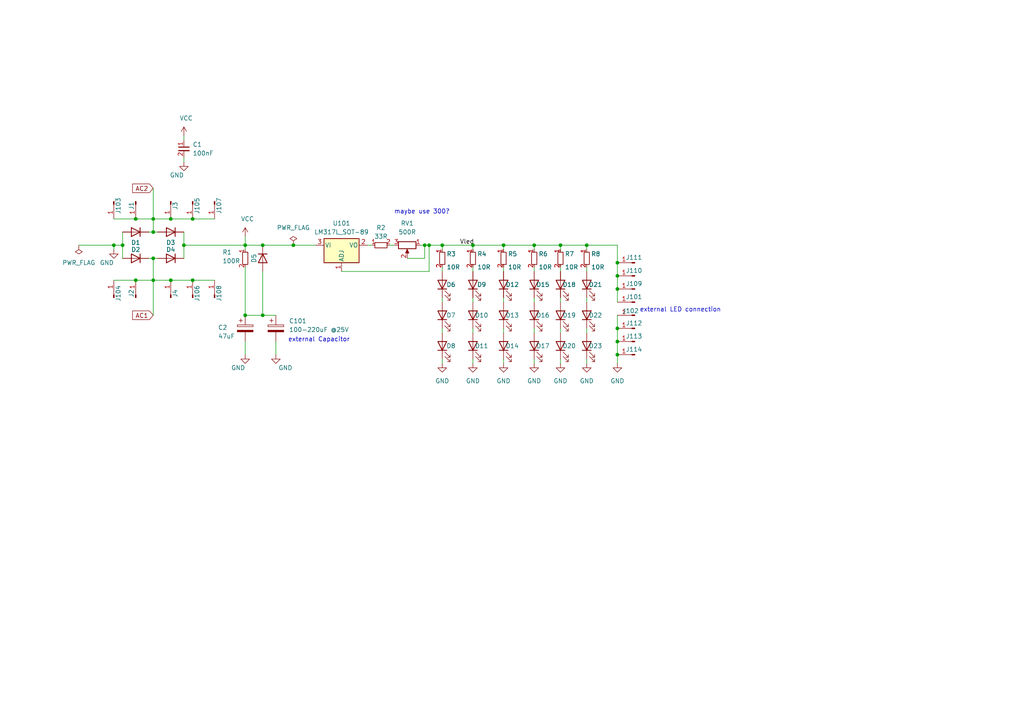
<source format=kicad_sch>
(kicad_sch (version 20231120) (generator "eeschema") (generator_version "8.0")
  (paper "A4")
  (lib_symbols
    (symbol "Connector:Conn_01x01_Pin" (pin_names (offset 1.016) hide)
      (property "Reference" "J" (at 0 2.54 0))
      (property "Value" "Conn_01x01_Pin" (at 0 -2.54 0))
      (symbol "Conn_01x01_Pin_1_1"
        (polyline (pts (xy 1.27 0) (xy 0.8636 0)) (stroke (width 0.1524)))
        (rectangle (start 0.8636 0.127) (end 0 -0.127) (stroke (width 0.1524)) (fill (type outline)))
        (pin passive line (at 5.08 0 180) (length 3.81) (name "Pin_1") (number "1"))
      )
    )
    (symbol "Device:C_Polarized" (pin_numbers hide) (pin_names (offset 0.254))
      (property "Reference" "C" (at 0.635 2.54 0))
      (property "Value" "C_Polarized" (at 0.635 -2.54 0))
      (symbol "C_Polarized_0_1"
        (rectangle (start -2.286 0.508) (end 2.286 1.016))
        (polyline (pts (xy -1.778 2.286) (xy -0.762 2.286)))
        (polyline (pts (xy -1.27 2.794) (xy -1.27 1.778)))
        (rectangle (start 2.286 -0.508) (end -2.286 -1.016) (fill (type outline)))
      )
      (symbol "C_Polarized_1_1"
        (pin passive line (at 0 3.81 270) (length 2.794) (name "~") (number "1"))
        (pin passive line (at 0 -3.81 90) (length 2.794) (name "~") (number "2"))
      )
    )
    (symbol "Device:LED" (pin_numbers hide) (pin_names (offset 1.016) hide)
      (property "Reference" "D" (at 0 2.54 0))
      (property "Value" "LED" (at 0 -2.54 0))
      (symbol "LED_0_1"
        (polyline (pts (xy -1.27 -1.27) (xy -1.27 1.27)) (stroke (width 0.254)))
        (polyline (pts (xy -1.27 0) (xy 1.27 0)))
        (polyline (pts (xy 1.27 -1.27) (xy 1.27 1.27) (xy -1.27 0) (xy 1.27 -1.27)) (stroke (width 0.254)))
        (polyline (pts (xy -3.048 -0.762) (xy -4.572 -2.286) (xy -3.81 -2.286) (xy -4.572 -2.286) (xy -4.572 -1.524)))
        (polyline (pts (xy -1.778 -0.762) (xy -3.302 -2.286) (xy -2.54 -2.286) (xy -3.302 -2.286) (xy -3.302 -1.524)))
      )
      (symbol "LED_1_1"
        (pin passive line (at -3.81 0 0) (length 2.54) (name "K") (number "1"))
        (pin passive line (at 3.81 0 180) (length 2.54) (name "A") (number "2"))
      )
    )
    (symbol "Device:R_Potentiometer" (pin_names (offset 1.016) hide)
      (property "Reference" "RV" (at -4.445 0 90))
      (property "Value" "R_Potentiometer" (at -2.54 0 90))
      (symbol "R_Potentiometer_0_1"
        (polyline (pts (xy 2.54 0) (xy 1.524 0)))
        (polyline (pts (xy 1.143 0) (xy 2.286 0.508) (xy 2.286 -0.508) (xy 1.143 0)) (fill (type outline)))
        (rectangle (start 1.016 2.54) (end -1.016 -2.54) (stroke (width 0.254)))
      )
      (symbol "R_Potentiometer_1_1"
        (pin passive line (at 0 3.81 270) (length 1.27) (name "1") (number "1"))
        (pin passive line (at 3.81 0 180) (length 1.27) (name "2") (number "2"))
        (pin passive line (at 0 -3.81 90) (length 1.27) (name "3") (number "3"))
      )
    )
    (symbol "Diode:1N4148WT" (pin_numbers hide) (pin_names hide)
      (property "Reference" "D" (at 0 2.54 0))
      (property "Value" "1N4148WT" (at 0 -2.54 0))
      (symbol "1N4148WT_0_1"
        (polyline (pts (xy -1.27 1.27) (xy -1.27 -1.27)) (stroke (width 0.254)))
        (polyline (pts (xy 1.27 0) (xy -1.27 0)))
        (polyline (pts (xy 1.27 1.27) (xy 1.27 -1.27) (xy -1.27 0) (xy 1.27 1.27)) (stroke (width 0.254)))
      )
      (symbol "1N4148WT_1_1"
        (pin passive line (at -3.81 0 0) (length 2.54) (name "K") (number "1"))
        (pin passive line (at 3.81 0 180) (length 2.54) (name "A") (number "2"))
      )
    )
    (symbol "Regulator_Linear:LM317L_SOT-89" (pin_names (offset 0.254))
      (property "Reference" "U" (at -3.81 3.175 0))
      (property "Value" "LM317L_SOT-89" (at 0 3.175 0))
      (symbol "LM317L_SOT-89_0_1"
        (rectangle (start -5.08 1.905) (end 5.08 -5.08) (stroke (width 0.254)) (fill (type background)))
      )
      (symbol "LM317L_SOT-89_1_1"
        (pin input line (at 0 -7.62 90) (length 2.54) (name "ADJ") (number "1"))
        (pin power_out line (at 7.62 0 180) (length 2.54) (name "VO") (number "2"))
        (pin power_in line (at -7.62 0 0) (length 2.54) (name "VI") (number "3"))
      )
    )
    (symbol "capacitor_miscellaneous:C_0402_100nF"
      (property "Reference" "C" (at 1.27 2.54 0))
      (property "Value" "100nF" (at 3.81 -2.54 0))
      (symbol "C_0402_100nF_0_1"
        (polyline (pts (xy -1.524 -0.508) (xy 1.524 -0.508)) (stroke (width 0.3302)))
        (polyline (pts (xy -1.524 0.508) (xy 1.524 0.508)) (stroke (width 0.3048)))
      )
      (symbol "C_0402_100nF_1_1"
        (pin passive line (at 0 2.54 270) (length 2.032) (name "~") (number "1"))
        (pin passive line (at 0 -2.54 90) (length 2.032) (name "~") (number "2"))
      )
    )
    (symbol "power:GND" (power) (pin_names (offset 0))
      (property "Value" "GND" (at 0 -3.81 0))
      (symbol "GND_0_1"
        (polyline (pts (xy 0 0) (xy 0 -1.27) (xy 1.27 -1.27) (xy 0 -2.54) (xy -1.27 -1.27) (xy 0 -1.27)))
      )
      (symbol "GND_1_1"
        (pin power_in line (at 0 0 270) (length 0) hide (name "GND") (number "1"))
      )
    )
    (symbol "power:PWR_FLAG" (power) (pin_numbers hide) (pin_names (offset 0) hide)
      (property "Value" "PWR_FLAG" (at 0 3.81 0))
      (symbol "PWR_FLAG_0_0"
        (pin power_out line (at 0 0 90) (length 0) (name "pwr") (number "1"))
      )
      (symbol "PWR_FLAG_0_1"
        (polyline (pts (xy 0 0) (xy 0 1.27) (xy -1.016 1.905) (xy 0 2.54) (xy 1.016 1.905) (xy 0 1.27)))
      )
    )
    (symbol "power:VCC" (power) (pin_names (offset 0))
      (property "Value" "VCC" (at 0 3.81 0))
      (symbol "VCC_0_1"
        (polyline (pts (xy -0.762 1.27) (xy 0 2.54)))
        (polyline (pts (xy 0 0) (xy 0 2.54)))
        (polyline (pts (xy 0 2.54) (xy 0.762 1.27)))
      )
      (symbol "VCC_1_1"
        (pin power_in line (at 0 0 90) (length 0) hide (name "VCC") (number "1"))
      )
    )
    (symbol "resistors_0603:R_100R_0603"
      (property "Reference" "R" (at 1.27 2.54 0))
      (property "Value" "100R" (at 2.54 -2.54 0))
      (symbol "R_100R_0603_0_1"
        (rectangle (start -0.762 1.778) (end 0.762 -1.778) (stroke (width 0.2032)))
      )
      (symbol "R_100R_0603_1_1"
        (pin passive line (at 0 2.54 270) (length 0.762) (name "~") (number "1"))
        (pin passive line (at 0 -2.54 90) (length 0.762) (name "~") (number "2"))
      )
    )
    (symbol "resistors_0603:R_10R_0603"
      (property "Reference" "R" (at 1.27 2.54 0))
      (property "Value" "10R" (at 2.54 -2.54 0))
      (symbol "R_10R_0603_0_1"
        (rectangle (start -0.762 1.778) (end 0.762 -1.778) (stroke (width 0.2032)))
      )
      (symbol "R_10R_0603_1_1"
        (pin passive line (at 0 2.54 270) (length 0.762) (name "~") (number "1"))
        (pin passive line (at 0 -2.54 90) (length 0.762) (name "~") (number "2"))
      )
    )
    (symbol "resistors_0603:R_33R_0603"
      (property "Reference" "R" (at 1.27 2.54 0))
      (property "Value" "33R" (at 2.54 -2.54 0))
      (symbol "R_33R_0603_0_1"
        (rectangle (start -0.762 1.778) (end 0.762 -1.778) (stroke (width 0.2032)))
      )
      (symbol "R_33R_0603_1_1"
        (pin passive line (at 0 2.54 270) (length 0.762) (name "~") (number "1"))
        (pin passive line (at 0 -2.54 90) (length 0.762) (name "~") (number "2"))
      )
    )
  )
  (junction (at 44.45 67.31))
  (junction (at 123.19 71.12))
  (junction (at 179.07 80.01))
  (junction (at 179.07 83.82))
  (junction (at 124.46 71.12))
  (junction (at 33.02 71.12))
  (junction (at 71.12 71.12))
  (junction (at 55.88 81.28))
  (junction (at 162.56 71.12))
  (junction (at 85.09 71.12))
  (junction (at 35.56 71.12))
  (junction (at 49.53 81.28))
  (junction (at 179.07 95.25))
  (junction (at 44.45 63.5))
  (junction (at 170.18 71.12))
  (junction (at 179.07 102.87))
  (junction (at 39.37 81.28))
  (junction (at 39.37 63.5))
  (junction (at 71.12 91.44))
  (junction (at 76.2 91.44))
  (junction (at 179.07 76.2))
  (junction (at 44.45 81.28))
  (junction (at 49.53 63.5))
  (junction (at 128.27 71.12))
  (junction (at 154.94 71.12))
  (junction (at 146.05 71.12))
  (junction (at 53.34 71.12))
  (junction (at 137.16 71.12))
  (junction (at 44.45 74.93))
  (junction (at 76.2 71.12))
  (junction (at 179.07 99.06))
  (junction (at 55.88 63.5))
  (wire (pts (xy 137.16 105.41) (xy 137.16 104.14)))
  (wire (pts (xy 146.05 72.39) (xy 146.05 71.12)))
  (wire (pts (xy 124.46 78.74) (xy 99.06 78.74)))
  (wire (pts (xy 162.56 86.36) (xy 162.56 87.63)))
  (wire (pts (xy 179.07 99.06) (xy 179.07 102.87)))
  (wire (pts (xy 80.01 99.06) (xy 80.01 102.87)))
  (wire (pts (xy 128.27 77.47) (xy 128.27 78.74)))
  (wire (pts (xy 170.18 105.41) (xy 170.18 104.14)))
  (wire (pts (xy 170.18 71.12) (xy 179.07 71.12)))
  (wire (pts (xy 44.45 74.93) (xy 44.45 81.28)))
  (wire (pts (xy 44.45 67.31) (xy 43.18 67.31)))
  (wire (pts (xy 162.56 105.41) (xy 162.56 104.14)))
  (wire (pts (xy 179.07 80.01) (xy 179.07 83.82)))
  (wire (pts (xy 22.86 71.12) (xy 33.02 71.12)))
  (wire (pts (xy 154.94 86.36) (xy 154.94 87.63)))
  (wire (pts (xy 44.45 63.5) (xy 39.37 63.5)))
  (wire (pts (xy 128.27 105.41) (xy 128.27 104.14)))
  (wire (pts (xy 137.16 86.36) (xy 137.16 87.63)))
  (wire (pts (xy 33.02 63.5) (xy 39.37 63.5)))
  (wire (pts (xy 124.46 71.12) (xy 128.27 71.12)))
  (wire (pts (xy 123.19 71.12) (xy 124.46 71.12)))
  (wire (pts (xy 146.05 105.41) (xy 146.05 104.14)))
  (wire (pts (xy 71.12 91.44) (xy 76.2 91.44)))
  (wire (pts (xy 179.07 76.2) (xy 179.07 80.01)))
  (wire (pts (xy 118.11 74.93) (xy 123.19 74.93)))
  (wire (pts (xy 128.27 86.36) (xy 128.27 87.63)))
  (wire (pts (xy 170.18 95.25) (xy 170.18 96.52)))
  (wire (pts (xy 71.12 68.58) (xy 71.12 71.12)))
  (wire (pts (xy 154.94 71.12) (xy 162.56 71.12)))
  (wire (pts (xy 179.07 102.87) (xy 179.07 105.41)))
  (wire (pts (xy 44.45 74.93) (xy 43.18 74.93)))
  (wire (pts (xy 162.56 95.25) (xy 162.56 96.52)))
  (wire (pts (xy 123.19 74.93) (xy 123.19 71.12)))
  (wire (pts (xy 71.12 71.12) (xy 71.12 72.39)))
  (wire (pts (xy 44.45 63.5) (xy 44.45 67.31)))
  (wire (pts (xy 146.05 95.25) (xy 146.05 96.52)))
  (wire (pts (xy 154.94 77.47) (xy 154.94 78.74)))
  (wire (pts (xy 44.45 81.28) (xy 39.37 81.28)))
  (wire (pts (xy 179.07 91.44) (xy 179.07 95.25)))
  (wire (pts (xy 162.56 77.47) (xy 162.56 78.74)))
  (wire (pts (xy 137.16 71.12) (xy 146.05 71.12)))
  (wire (pts (xy 128.27 71.12) (xy 137.16 71.12)))
  (wire (pts (xy 179.07 95.25) (xy 179.07 99.06)))
  (wire (pts (xy 170.18 86.36) (xy 170.18 87.63)))
  (wire (pts (xy 170.18 71.12) (xy 170.18 72.39)))
  (wire (pts (xy 128.27 72.39) (xy 128.27 71.12)))
  (wire (pts (xy 76.2 91.44) (xy 80.01 91.44)))
  (wire (pts (xy 49.53 63.5) (xy 44.45 63.5)))
  (wire (pts (xy 49.53 63.5) (xy 55.88 63.5)))
  (wire (pts (xy 106.68 71.12) (xy 107.95 71.12)))
  (wire (pts (xy 76.2 71.12) (xy 85.09 71.12)))
  (wire (pts (xy 137.16 77.47) (xy 137.16 78.74)))
  (wire (pts (xy 114.3 71.12) (xy 113.03 71.12)))
  (wire (pts (xy 53.34 71.12) (xy 71.12 71.12)))
  (wire (pts (xy 128.27 95.25) (xy 128.27 96.52)))
  (wire (pts (xy 53.34 39.37) (xy 53.34 40.64)))
  (wire (pts (xy 137.16 95.25) (xy 137.16 96.52)))
  (wire (pts (xy 162.56 71.12) (xy 162.56 72.39)))
  (wire (pts (xy 44.45 81.28) (xy 49.53 81.28)))
  (wire (pts (xy 146.05 77.47) (xy 146.05 78.74)))
  (wire (pts (xy 137.16 72.39) (xy 137.16 71.12)))
  (wire (pts (xy 53.34 67.31) (xy 53.34 71.12)))
  (wire (pts (xy 170.18 77.47) (xy 170.18 78.74)))
  (wire (pts (xy 123.19 71.12) (xy 121.92 71.12)))
  (wire (pts (xy 146.05 86.36) (xy 146.05 87.63)))
  (wire (pts (xy 162.56 71.12) (xy 170.18 71.12)))
  (wire (pts (xy 53.34 46.99) (xy 53.34 45.72)))
  (wire (pts (xy 35.56 71.12) (xy 35.56 74.93)))
  (wire (pts (xy 33.02 81.28) (xy 39.37 81.28)))
  (wire (pts (xy 44.45 54.61) (xy 44.45 63.5)))
  (wire (pts (xy 124.46 71.12) (xy 124.46 78.74)))
  (wire (pts (xy 154.94 105.41) (xy 154.94 104.14)))
  (wire (pts (xy 44.45 74.93) (xy 45.72 74.93)))
  (wire (pts (xy 71.12 77.47) (xy 71.12 91.44)))
  (wire (pts (xy 55.88 81.28) (xy 62.23 81.28)))
  (wire (pts (xy 179.07 83.82) (xy 179.07 87.63)))
  (wire (pts (xy 71.12 71.12) (xy 76.2 71.12)))
  (wire (pts (xy 33.02 71.12) (xy 35.56 71.12)))
  (wire (pts (xy 33.02 72.39) (xy 33.02 71.12)))
  (wire (pts (xy 154.94 95.25) (xy 154.94 96.52)))
  (wire (pts (xy 154.94 71.12) (xy 154.94 72.39)))
  (wire (pts (xy 179.07 71.12) (xy 179.07 76.2)))
  (wire (pts (xy 76.2 78.74) (xy 76.2 91.44)))
  (wire (pts (xy 154.94 71.12) (xy 146.05 71.12)))
  (wire (pts (xy 44.45 81.28) (xy 44.45 91.44)))
  (wire (pts (xy 35.56 67.31) (xy 35.56 71.12)))
  (wire (pts (xy 71.12 99.06) (xy 71.12 102.87)))
  (wire (pts (xy 53.34 71.12) (xy 53.34 74.93)))
  (wire (pts (xy 49.53 81.28) (xy 55.88 81.28)))
  (wire (pts (xy 44.45 67.31) (xy 45.72 67.31)))
  (wire (pts (xy 55.88 63.5) (xy 62.23 63.5)))
  (wire (pts (xy 85.09 71.12) (xy 91.44 71.12)))
  (text "external Capacitor" (at 83.566 99.314 0) (effects (font (size 1.27 1.27)) (justify left bottom)))
  (text "external LED connection\n" (at 197.358 89.916 0) (effects (font (size 1.27 1.27))))
  (text "maybe use 300?" (at 114.3 62.23 0) (effects (font (size 1.27 1.27)) (justify left bottom)))
  (label "Vled" (at 133.35 71.12 0))
  (global_label "AC1" (shape input) (at 44.45 91.44 180) (property "Intersheetrefs" "${INTERSHEET_REFS}" (effects (hide yes))))
  (global_label "AC2" (shape input) (at 44.45 54.61 180) (property "Intersheetrefs" "${INTERSHEET_REFS}" (effects (hide yes))))
  (symbol (lib_id "Device:LED") (at 154.94 82.55 90) (unit 1)
    (property "Reference" "D15" (at 157.48 82.55 90))
    (property "Value" "LED" (effects (hide yes)))
    (property "Footprint" "LED_SMD:LED_0805_2012Metric" (effects (hide yes)))
    (property "JLCPCB Part#" "C965820" (effects (hide yes)))
  )
  (symbol (lib_id "power:GND") (at 146.05 105.41 0) (unit 1)
    (property "Reference" "#PWR08" (effects (hide yes)))
    (property "Value" "GND" (at 146.05 110.49 0))
  )
  (symbol (lib_id "Device:LED") (at 162.56 82.55 90) (unit 1)
    (property "Reference" "D18" (at 165.1 82.55 90))
    (property "Value" "LED" (effects (hide yes)))
    (property "Footprint" "LED_SMD:LED_0805_2012Metric" (effects (hide yes)))
    (property "JLCPCB Part#" "C965820" (effects (hide yes)))
  )
  (symbol (lib_id "power:GND") (at 71.12 102.87 0) (unit 1)
    (property "Reference" "#PWR05" (effects (hide yes)))
    (property "Value" "GND" (at 71.12 106.68 0) (effects (justify right)))
  )
  (symbol (lib_id "Connector:Conn_01x01_Pin") (at 184.15 99.06 180) (unit 1)
    (property "Reference" "J113" (at 183.896 97.536 0))
    (property "Value" "Conn_01x01_Pin" (effects (hide yes)))
    (property "Footprint" "custom_kicad_lib_sk:01_solderpad_2.54" (effects (hide yes)))
  )
  (symbol (lib_id "Connector:Conn_01x01_Pin") (at 49.53 86.36 90) (unit 1)
    (property "Reference" "J4" (at 50.8 85.09 0))
    (property "Value" "Conn_01x01_Pin" (effects (hide yes)))
    (property "Footprint" "custom_kicad_lib_sk:01_solderpad_2.54" (effects (hide yes)))
  )
  (symbol (lib_id "resistors_0603:R_10R_0603") (at 170.18 74.93 0) (unit 1)
    (property "Reference" "R8" (at 171.45 73.66 0) (effects (justify left)))
    (property "Value" "10R" (at 171.45 77.47 0) (effects (justify left)))
    (property "Footprint" "custom_kicad_lib_sk:R_0603_smalltext" (effects (hide yes)))
    (property "JLCPCB Part#" "C22859" (effects (hide yes)))
  )
  (symbol (lib_id "Connector:Conn_01x01_Pin") (at 33.02 86.36 90) (unit 1)
    (property "Reference" "J104" (at 34.29 85.09 0))
    (property "Value" "Conn_01x01_Pin" (effects (hide yes)))
    (property "Footprint" "custom_kicad_lib_sk:01_solderpad_2.54" (effects (hide yes)))
  )
  (symbol (lib_id "Connector:Conn_01x01_Pin") (at 62.23 86.36 90) (unit 1)
    (property "Reference" "J108" (at 63.5 85.09 0))
    (property "Value" "Conn_01x01_Pin" (effects (hide yes)))
    (property "Footprint" "custom_kicad_lib_sk:01_solderpad_2.54" (effects (hide yes)))
  )
  (symbol (lib_id "power:GND") (at 154.94 105.41 0) (unit 1)
    (property "Reference" "#PWR09" (effects (hide yes)))
    (property "Value" "GND" (at 154.94 110.49 0))
  )
  (symbol (lib_id "resistors_0603:R_10R_0603") (at 162.56 74.93 0) (unit 1)
    (property "Reference" "R7" (at 163.83 73.66 0) (effects (justify left)))
    (property "Value" "10R" (at 163.83 77.47 0) (effects (justify left)))
    (property "Footprint" "custom_kicad_lib_sk:R_0603_smalltext" (effects (hide yes)))
    (property "JLCPCB Part#" "C22859" (effects (hide yes)))
  )
  (symbol (lib_id "resistors_0603:R_10R_0603") (at 146.05 74.93 0) (unit 1)
    (property "Reference" "R5" (at 147.32 73.66 0) (effects (justify left)))
    (property "Value" "10R" (at 147.32 77.47 0) (effects (justify left)))
    (property "Footprint" "custom_kicad_lib_sk:R_0603_smalltext" (effects (hide yes)))
    (property "JLCPCB Part#" "C22859" (effects (hide yes)))
  )
  (symbol (lib_id "resistors_0603:R_100R_0603") (at 71.12 74.93 0) (unit 1)
    (property "Reference" "R1" (at 64.516 73.152 0) (effects (justify left)))
    (property "Value" "100R" (at 64.516 75.692 0) (effects (justify left)))
    (property "Footprint" "custom_kicad_lib_sk:R_0603_smalltext" (effects (hide yes)))
    (property "JLCPCB Part#" "C22775" (effects (hide yes)))
  )
  (symbol (lib_id "Diode:1N4148WT") (at 39.37 67.31 180) (unit 1)
    (property "Reference" "D1" (at 39.37 70.358 0))
    (property "Value" "1N4148WT" (effects (hide yes)))
    (property "Footprint" "Diode_SMD:D_SOD-523" (effects (hide yes)))
    (property "Datasheet" "https://www.diodes.com/assets/Datasheets/ds30396.pdf" (effects (hide yes)))
    (property "Description" "75V 0.15A Fast switching Diode, SOD-523" (effects (hide yes)))
    (property "Sim.Device" "D" (effects (hide yes)))
    (property "Sim.Pins" "1=K 2=A" (effects (hide yes)))
    (property "JLCPCB Part#" "C27748" (effects (hide yes)))
  )
  (symbol (lib_id "Connector:Conn_01x01_Pin") (at 62.23 58.42 270) (unit 1)
    (property "Reference" "J107" (at 63.5 59.69 0))
    (property "Value" "Conn_01x01_Pin" (effects (hide yes)))
    (property "Footprint" "custom_kicad_lib_sk:01_solderpad_2.54" (effects (hide yes)))
  )
  (symbol (lib_id "Device:C_Polarized") (at 71.12 95.25 0) (unit 1)
    (property "Reference" "C2" (at 63.246 94.996 0) (effects (justify left)))
    (property "Value" "47uF" (at 63.246 97.536 0) (effects (justify left)))
    (property "Footprint" "Capacitor_Tantalum_SMD:CP_EIA-7343-31_Kemet-D" (effects (hide yes)))
    (property "Description" "Polarized capacitor" (effects (hide yes)))
    (property "JLCPCB Part#" "C7228" (effects (hide yes)))
  )
  (symbol (lib_id "Connector:Conn_01x01_Pin") (at 55.88 86.36 90) (unit 1)
    (property "Reference" "J106" (at 57.15 85.09 0))
    (property "Value" "Conn_01x01_Pin" (effects (hide yes)))
    (property "Footprint" "custom_kicad_lib_sk:01_solderpad_2.54" (effects (hide yes)))
  )
  (symbol (lib_id "Device:LED") (at 137.16 82.55 90) (unit 1)
    (property "Reference" "D9" (at 139.7 82.55 90))
    (property "Value" "LED" (effects (hide yes)))
    (property "Footprint" "LED_SMD:LED_0805_2012Metric" (effects (hide yes)))
    (property "JLCPCB Part#" "C965820" (effects (hide yes)))
  )
  (symbol (lib_id "Connector:Conn_01x01_Pin") (at 39.37 58.42 270) (unit 1)
    (property "Reference" "J1" (at 38.1 59.69 0))
    (property "Value" "Conn_01x01_Pin" (effects (hide yes)))
    (property "Footprint" "custom_kicad_lib_sk:01_solderpad_2.54" (effects (hide yes)))
  )
  (symbol (lib_id "Device:LED") (at 170.18 91.44 90) (unit 1)
    (property "Reference" "D22" (at 172.72 91.44 90))
    (property "Value" "LED" (effects (hide yes)))
    (property "Footprint" "LED_SMD:LED_0805_2012Metric" (effects (hide yes)))
    (property "JLCPCB Part#" "C965820" (effects (hide yes)))
  )
  (symbol (lib_id "Device:LED") (at 170.18 100.33 90) (unit 1)
    (property "Reference" "D23" (at 172.72 100.33 90))
    (property "Value" "LED" (effects (hide yes)))
    (property "Footprint" "LED_SMD:LED_0805_2012Metric" (effects (hide yes)))
    (property "JLCPCB Part#" "C965820" (effects (hide yes)))
  )
  (symbol (lib_id "power:GND") (at 170.18 105.41 0) (unit 1)
    (property "Reference" "#PWR0102" (effects (hide yes)))
    (property "Value" "GND" (at 170.18 110.49 0))
  )
  (symbol (lib_id "Device:LED") (at 137.16 100.33 90) (unit 1)
    (property "Reference" "D11" (at 139.7 100.33 90))
    (property "Value" "LED" (effects (hide yes)))
    (property "Footprint" "LED_SMD:LED_0805_2012Metric" (effects (hide yes)))
    (property "JLCPCB Part#" "C965820" (effects (hide yes)))
  )
  (symbol (lib_id "capacitor_miscellaneous:C_0402_100nF") (at 53.34 43.18 0) (unit 1)
    (property "Reference" "C1" (at 55.88 41.9162 0) (effects (justify left)))
    (property "Value" "100nF" (at 55.88 44.4562 0) (effects (justify left)))
    (property "Footprint" "Capacitor_SMD:C_0402_1005Metric" (effects (hide yes)))
    (property "JLCPCB Part#" "C307331" (effects (hide yes)))
  )
  (symbol (lib_id "Connector:Conn_01x01_Pin") (at 184.15 91.44 180) (unit 1)
    (property "Reference" "J102" (at 182.88 90.17 0))
    (property "Value" "Conn_01x01_Pin" (effects (hide yes)))
    (property "Footprint" "custom_kicad_lib_sk:01_solderpad_2.54" (effects (hide yes)))
  )
  (symbol (lib_id "Device:LED") (at 146.05 82.55 90) (unit 1)
    (property "Reference" "D12" (at 148.59 82.55 90))
    (property "Value" "LED" (effects (hide yes)))
    (property "Footprint" "LED_SMD:LED_0805_2012Metric" (effects (hide yes)))
    (property "JLCPCB Part#" "C965820" (effects (hide yes)))
  )
  (symbol (lib_id "Device:LED") (at 128.27 91.44 90) (unit 1)
    (property "Reference" "D7" (at 130.81 91.44 90))
    (property "Value" "LED" (effects (hide yes)))
    (property "Footprint" "LED_SMD:LED_0805_2012Metric" (effects (hide yes)))
    (property "JLCPCB Part#" "C965820" (effects (hide yes)))
  )
  (symbol (lib_id "power:GND") (at 137.16 105.41 0) (unit 1)
    (property "Reference" "#PWR07" (effects (hide yes)))
    (property "Value" "GND" (at 137.16 110.49 0))
  )
  (symbol (lib_id "power:GND") (at 80.01 102.87 0) (unit 1)
    (property "Reference" "#PWR0104" (effects (hide yes)))
    (property "Value" "GND" (at 84.836 106.68 0) (effects (justify right)))
  )
  (symbol (lib_id "Connector:Conn_01x01_Pin") (at 49.53 58.42 270) (unit 1)
    (property "Reference" "J3" (at 50.8 59.69 0))
    (property "Value" "Conn_01x01_Pin" (effects (hide yes)))
    (property "Footprint" "custom_kicad_lib_sk:01_solderpad_2.54" (effects (hide yes)))
  )
  (symbol (lib_id "Device:LED") (at 162.56 100.33 90) (unit 1)
    (property "Reference" "D20" (at 165.1 100.33 90))
    (property "Value" "LED" (effects (hide yes)))
    (property "Footprint" "LED_SMD:LED_0805_2012Metric" (effects (hide yes)))
    (property "JLCPCB Part#" "C965820" (effects (hide yes)))
  )
  (symbol (lib_id "Device:LED") (at 154.94 91.44 90) (unit 1)
    (property "Reference" "D16" (at 157.48 91.44 90))
    (property "Value" "LED" (effects (hide yes)))
    (property "Footprint" "LED_SMD:LED_0805_2012Metric" (effects (hide yes)))
    (property "JLCPCB Part#" "C965820" (effects (hide yes)))
  )
  (symbol (lib_id "Connector:Conn_01x01_Pin") (at 184.15 76.2 180) (unit 1)
    (property "Reference" "J111" (at 183.896 74.676 0))
    (property "Value" "Conn_01x01_Pin" (effects (hide yes)))
    (property "Footprint" "custom_kicad_lib_sk:01_solderpad_2.54" (effects (hide yes)))
  )
  (symbol (lib_id "Device:R_Potentiometer") (at 118.11 71.12 270) (unit 1)
    (property "Reference" "RV1" (at 118.11 64.77 90))
    (property "Value" "500R" (at 118.11 67.31 90))
    (property "Footprint" "Potentiometer_SMD:Potentiometer_Bourns_TC33X_Vertical" (effects (hide yes)))
    (property "JLCPCB Part#" "C720649" (effects (hide yes)))
  )
  (symbol (lib_id "Connector:Conn_01x01_Pin") (at 184.15 102.87 180) (unit 1)
    (property "Reference" "J114" (at 183.896 101.346 0))
    (property "Value" "Conn_01x01_Pin" (effects (hide yes)))
    (property "Footprint" "custom_kicad_lib_sk:01_solderpad_2.54" (effects (hide yes)))
  )
  (symbol (lib_id "Connector:Conn_01x01_Pin") (at 184.15 95.25 180) (unit 1)
    (property "Reference" "J112" (at 183.896 93.726 0))
    (property "Value" "Conn_01x01_Pin" (effects (hide yes)))
    (property "Footprint" "custom_kicad_lib_sk:01_solderpad_2.54" (effects (hide yes)))
  )
  (symbol (lib_id "Regulator_Linear:LM317L_SOT-89") (at 99.06 71.12 0) (unit 1)
    (property "Reference" "U101" (at 99.06 64.77 0))
    (property "Value" "LM317L_SOT-89" (at 99.06 67.31 0))
    (property "Footprint" "Package_TO_SOT_SMD:SOT-89-3" (effects (hide yes)))
    (property "Datasheet" "http://www.ti.com/lit/ds/symlink/lm317l.pdf" (effects (hide yes)))
    (property "Description" "100mA 35V Adjustable Linear Regulator, SOT-89" (effects (hide yes)))
    (property "JLCPCB Part#" "C5444280" (effects (hide yes)))
  )
  (symbol (lib_id "Connector:Conn_01x01_Pin") (at 55.88 58.42 270) (unit 1)
    (property "Reference" "J105" (at 57.15 59.69 0))
    (property "Value" "Conn_01x01_Pin" (effects (hide yes)))
    (property "Footprint" "custom_kicad_lib_sk:01_solderpad_2.54" (effects (hide yes)))
  )
  (symbol (lib_id "Device:LED") (at 154.94 100.33 90) (unit 1)
    (property "Reference" "D17" (at 157.48 100.33 90))
    (property "Value" "LED" (effects (hide yes)))
    (property "Footprint" "LED_SMD:LED_0805_2012Metric" (effects (hide yes)))
    (property "JLCPCB Part#" "C965820" (effects (hide yes)))
  )
  (symbol (lib_id "power:GND") (at 128.27 105.41 0) (unit 1)
    (property "Reference" "#PWR06" (effects (hide yes)))
    (property "Value" "GND" (at 128.27 110.49 0))
  )
  (symbol (lib_id "Diode:1N4148WT") (at 39.37 74.93 180) (unit 1)
    (property "Reference" "D2" (at 39.37 72.39 0))
    (property "Value" "1N4148WT" (effects (hide yes)))
    (property "Footprint" "Diode_SMD:D_SOD-523" (effects (hide yes)))
    (property "Datasheet" "https://www.diodes.com/assets/Datasheets/ds30396.pdf" (effects (hide yes)))
    (property "Description" "75V 0.15A Fast switching Diode, SOD-523" (effects (hide yes)))
    (property "Sim.Device" "D" (effects (hide yes)))
    (property "Sim.Pins" "1=K 2=A" (effects (hide yes)))
    (property "JLCPCB Part#" "C27748" (effects (hide yes)))
  )
  (symbol (lib_id "Connector:Conn_01x01_Pin") (at 184.15 87.63 180) (unit 1)
    (property "Reference" "J101" (at 183.896 86.106 0))
    (property "Value" "Conn_01x01_Pin" (effects (hide yes)))
    (property "Footprint" "custom_kicad_lib_sk:01_solderpad_2.54" (effects (hide yes)))
  )
  (symbol (lib_id "Device:LED") (at 137.16 91.44 90) (unit 1)
    (property "Reference" "D10" (at 139.7 91.44 90))
    (property "Value" "LED" (effects (hide yes)))
    (property "Footprint" "LED_SMD:LED_0805_2012Metric" (effects (hide yes)))
    (property "JLCPCB Part#" "C965820" (effects (hide yes)))
  )
  (symbol (lib_id "power:VCC") (at 53.34 39.37 0) (unit 1)
    (property "Reference" "#PWR02" (effects (hide yes)))
    (property "Value" "VCC" (at 52.07 34.29 0) (effects (justify left)))
  )
  (symbol (lib_id "resistors_0603:R_10R_0603") (at 154.94 74.93 0) (unit 1)
    (property "Reference" "R6" (at 156.21 73.66 0) (effects (justify left)))
    (property "Value" "10R" (at 156.21 77.47 0) (effects (justify left)))
    (property "Footprint" "custom_kicad_lib_sk:R_0603_smalltext" (effects (hide yes)))
    (property "JLCPCB Part#" "C22859" (effects (hide yes)))
  )
  (symbol (lib_id "power:GND") (at 53.34 46.99 0) (unit 1)
    (property "Reference" "#PWR03" (effects (hide yes)))
    (property "Value" "GND" (at 53.34 50.8 0) (effects (justify right)))
  )
  (symbol (lib_id "Device:LED") (at 128.27 100.33 90) (unit 1)
    (property "Reference" "D8" (at 130.81 100.33 90))
    (property "Value" "LED" (effects (hide yes)))
    (property "Footprint" "LED_SMD:LED_0805_2012Metric" (effects (hide yes)))
    (property "JLCPCB Part#" "C965820" (effects (hide yes)))
  )
  (symbol (lib_id "Connector:Conn_01x01_Pin") (at 184.15 80.01 180) (unit 1)
    (property "Reference" "J110" (at 183.896 78.486 0))
    (property "Value" "Conn_01x01_Pin" (effects (hide yes)))
    (property "Footprint" "custom_kicad_lib_sk:01_solderpad_2.54" (effects (hide yes)))
  )
  (symbol (lib_id "Connector:Conn_01x01_Pin") (at 39.37 86.36 90) (unit 1)
    (property "Reference" "J2" (at 38.1 85.09 0))
    (property "Value" "Conn_01x01_Pin" (effects (hide yes)))
    (property "Footprint" "custom_kicad_lib_sk:01_solderpad_2.54" (effects (hide yes)))
  )
  (symbol (lib_id "power:GND") (at 179.07 105.41 0) (unit 1)
    (property "Reference" "#PWR0103" (effects (hide yes)))
    (property "Value" "GND" (at 179.07 110.49 0))
  )
  (symbol (lib_id "Diode:1N4148WT") (at 76.2 74.93 270) (unit 1)
    (property "Reference" "D5" (at 73.66 74.93 0))
    (property "Value" "1N4148WT" (effects (hide yes)))
    (property "Footprint" "Diode_SMD:D_SOD-523" (effects (hide yes)))
    (property "Datasheet" "https://www.diodes.com/assets/Datasheets/ds30396.pdf" (effects (hide yes)))
    (property "Description" "75V 0.15A Fast switching Diode, SOD-523" (effects (hide yes)))
    (property "Sim.Device" "D" (effects (hide yes)))
    (property "Sim.Pins" "1=K 2=A" (effects (hide yes)))
    (property "JLCPCB Part#" "C27748" (effects (hide yes)))
  )
  (symbol (lib_id "Diode:1N4148WT") (at 49.53 67.31 180) (unit 1)
    (property "Reference" "D3" (at 49.53 70.358 0))
    (property "Value" "1N4148WT" (effects (hide yes)))
    (property "Footprint" "Diode_SMD:D_SOD-523" (effects (hide yes)))
    (property "Datasheet" "https://www.diodes.com/assets/Datasheets/ds30396.pdf" (effects (hide yes)))
    (property "Description" "75V 0.15A Fast switching Diode, SOD-523" (effects (hide yes)))
    (property "Sim.Device" "D" (effects (hide yes)))
    (property "Sim.Pins" "1=K 2=A" (effects (hide yes)))
    (property "JLCPCB Part#" "C27748" (effects (hide yes)))
  )
  (symbol (lib_id "power:PWR_FLAG") (at 85.09 71.12 0) (unit 1)
    (property "Reference" "#FLG01" (effects (hide yes)))
    (property "Value" "PWR_FLAG" (at 85.09 66.04 0))
  )
  (symbol (lib_id "Device:LED") (at 146.05 100.33 90) (unit 1)
    (property "Reference" "D14" (at 148.59 100.33 90))
    (property "Value" "LED" (effects (hide yes)))
    (property "Footprint" "LED_SMD:LED_0805_2012Metric" (effects (hide yes)))
    (property "JLCPCB Part#" "C965820" (effects (hide yes)))
  )
  (symbol (lib_id "Device:C_Polarized") (at 80.01 95.25 0) (unit 1)
    (property "Reference" "C101" (at 83.82 93.0909 0) (effects (justify left)))
    (property "Value" "100-220uF @25V" (at 83.82 95.6309 0) (effects (justify left)))
    (property "Footprint" "Capacitor_THT:CP_Radial_D6.3mm_P2.50mm" (effects (hide yes)))
    (property "Description" "Polarized capacitor" (effects (hide yes)))
  )
  (symbol (lib_id "power:GND") (at 162.56 105.41 0) (unit 1)
    (property "Reference" "#PWR0101" (effects (hide yes)))
    (property "Value" "GND" (at 162.56 110.49 0))
  )
  (symbol (lib_id "Device:LED") (at 146.05 91.44 90) (unit 1)
    (property "Reference" "D13" (at 148.59 91.44 90))
    (property "Value" "LED" (effects (hide yes)))
    (property "Footprint" "LED_SMD:LED_0805_2012Metric" (effects (hide yes)))
    (property "JLCPCB Part#" "C965820" (effects (hide yes)))
  )
  (symbol (lib_id "Connector:Conn_01x01_Pin") (at 184.15 83.82 180) (unit 1)
    (property "Reference" "J109" (at 183.896 82.296 0))
    (property "Value" "Conn_01x01_Pin" (effects (hide yes)))
    (property "Footprint" "custom_kicad_lib_sk:01_solderpad_2.54" (effects (hide yes)))
  )
  (symbol (lib_id "Device:LED") (at 162.56 91.44 90) (unit 1)
    (property "Reference" "D19" (at 165.1 91.44 90))
    (property "Value" "LED" (effects (hide yes)))
    (property "Footprint" "LED_SMD:LED_0805_2012Metric" (effects (hide yes)))
    (property "JLCPCB Part#" "C965820" (effects (hide yes)))
  )
  (symbol (lib_id "Device:LED") (at 170.18 82.55 90) (unit 1)
    (property "Reference" "D21" (at 172.72 82.55 90))
    (property "Value" "LED" (effects (hide yes)))
    (property "Footprint" "LED_SMD:LED_0805_2012Metric" (effects (hide yes)))
    (property "JLCPCB Part#" "C965820" (effects (hide yes)))
  )
  (symbol (lib_id "resistors_0603:R_10R_0603") (at 137.16 74.93 0) (unit 1)
    (property "Reference" "R4" (at 138.43 73.66 0) (effects (justify left)))
    (property "Value" "10R" (at 138.43 77.47 0) (effects (justify left)))
    (property "Footprint" "custom_kicad_lib_sk:R_0603_smalltext" (effects (hide yes)))
    (property "JLCPCB Part#" "C22859" (effects (hide yes)))
  )
  (symbol (lib_id "Connector:Conn_01x01_Pin") (at 33.02 58.42 270) (unit 1)
    (property "Reference" "J103" (at 34.29 59.69 0))
    (property "Value" "Conn_01x01_Pin" (effects (hide yes)))
    (property "Footprint" "custom_kicad_lib_sk:01_solderpad_2.54" (effects (hide yes)))
  )
  (symbol (lib_id "power:GND") (at 33.02 72.39 0) (unit 1)
    (property "Reference" "#PWR01" (effects (hide yes)))
    (property "Value" "GND" (at 33.02 76.2 0) (effects (justify right)))
  )
  (symbol (lib_id "power:PWR_FLAG") (at 22.86 71.12 180) (unit 1)
    (property "Reference" "#FLG02" (effects (hide yes)))
    (property "Value" "PWR_FLAG" (at 22.86 76.2 0))
  )
  (symbol (lib_id "resistors_0603:R_33R_0603") (at 110.49 71.12 90) (unit 1)
    (property "Reference" "R2" (at 110.49 66.04 90))
    (property "Value" "33R" (at 110.49 68.58 90))
    (property "Footprint" "custom_kicad_lib_sk:R_0603_smalltext" (effects (hide yes)))
    (property "JLCPCB Part#" "C23140" (effects (hide yes)))
  )
  (symbol (lib_id "Device:LED") (at 128.27 82.55 90) (unit 1)
    (property "Reference" "D6" (at 130.81 82.55 90))
    (property "Value" "LED" (effects (hide yes)))
    (property "Footprint" "LED_SMD:LED_0805_2012Metric" (effects (hide yes)))
    (property "JLCPCB Part#" "C965820" (effects (hide yes)))
  )
  (symbol (lib_id "Diode:1N4148WT") (at 49.53 74.93 180) (unit 1)
    (property "Reference" "D4" (at 49.53 72.39 0))
    (property "Value" "1N4148WT" (effects (hide yes)))
    (property "Footprint" "Diode_SMD:D_SOD-523" (effects (hide yes)))
    (property "Datasheet" "https://www.diodes.com/assets/Datasheets/ds30396.pdf" (effects (hide yes)))
    (property "Description" "75V 0.15A Fast switching Diode, SOD-523" (effects (hide yes)))
    (property "Sim.Device" "D" (effects (hide yes)))
    (property "Sim.Pins" "1=K 2=A" (effects (hide yes)))
    (property "JLCPCB Part#" "C27748" (effects (hide yes)))
  )
  (symbol (lib_id "power:VCC") (at 71.12 68.58 0) (unit 1)
    (property "Reference" "#PWR04" (effects (hide yes)))
    (property "Value" "VCC" (at 69.85 63.5 0) (effects (justify left)))
  )
  (symbol (lib_id "resistors_0603:R_10R_0603") (at 128.27 74.93 0) (unit 1)
    (property "Reference" "R3" (at 129.54 73.66 0) (effects (justify left)))
    (property "Value" "10R" (at 129.54 77.47 0) (effects (justify left)))
    (property "Footprint" "custom_kicad_lib_sk:R_0603_smalltext" (effects (hide yes)))
    (property "JLCPCB Part#" "C22859" (effects (hide yes)))
  )
)
</source>
